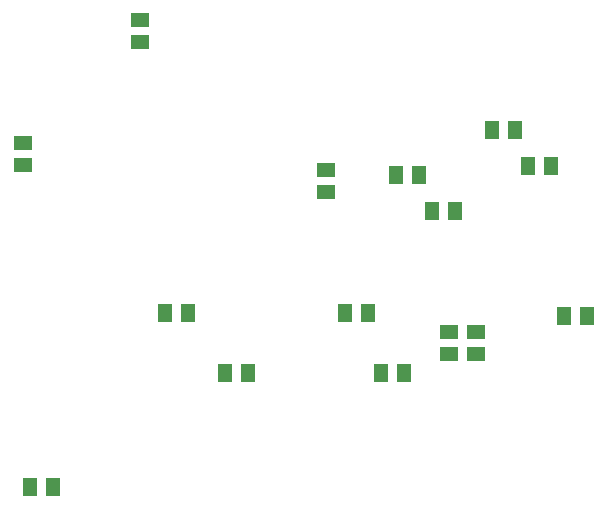
<source format=gbr>
G04 EAGLE Gerber RS-274X export*
G75*
%MOMM*%
%FSLAX34Y34*%
%LPD*%
%INSolderpaste Bottom*%
%IPPOS*%
%AMOC8*
5,1,8,0,0,1.08239X$1,22.5*%
G01*
%ADD10R,1.300000X1.500000*%
%ADD11R,1.500000X1.300000*%


D10*
X102260Y60960D03*
X121260Y60960D03*
D11*
X353060Y310540D03*
X353060Y329540D03*
X195580Y437540D03*
X195580Y456540D03*
X96520Y333400D03*
X96520Y352400D03*
D10*
X286360Y157480D03*
X267360Y157480D03*
X387960Y208280D03*
X368960Y208280D03*
D11*
X480060Y192380D03*
X480060Y173380D03*
D10*
X431140Y325120D03*
X412140Y325120D03*
X523900Y332740D03*
X542900Y332740D03*
X216560Y208280D03*
X235560Y208280D03*
X418440Y157480D03*
X399440Y157480D03*
D11*
X457200Y173380D03*
X457200Y192380D03*
D10*
X461620Y294640D03*
X442620Y294640D03*
X493420Y363220D03*
X512420Y363220D03*
X573380Y205740D03*
X554380Y205740D03*
M02*

</source>
